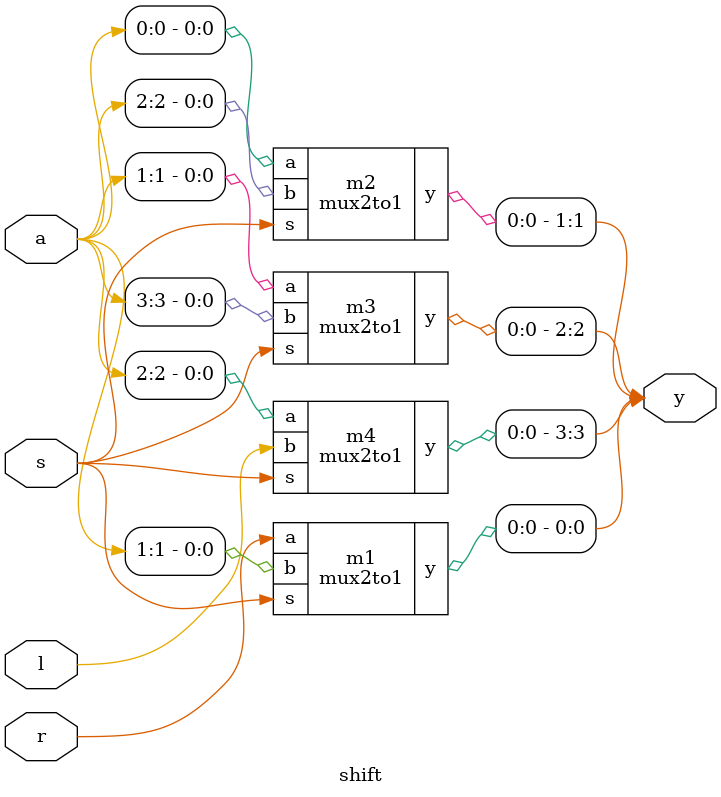
<source format=v>
module alu(input[3:0] a, input[3:0] b,input s0,input s1,input s2,input s3,input cin,output[3:0] y);
wire [3:0] v;
wire cout;
aritmethic a0(a,b,cin,s0,s1,v,cout);
wire [3:0] n;
logicwithoutshift l0(a,b,s0,s1,n);
wire [3:0] k;
assign  z=0;
shift shr(a,z,z,z,k);
wire [3:0] q;
assign  o=1;
shift shl(a,z,z,o,q);
mux4to1 mm(.andab(v),.orab(n),.xorab(k),.nota(q),.s0(s2),.s1(s3),.y(y));
endmodule

module mux4to1 (input andab,input orab,input xorab,input nota,input s0,input s1,output y);
not(s2n,s2);
not(s1n,s1);
and(x1,s2n,s1n,andab);
and(x2,s2n,s1,orab);
and(x3,s2,s1n,xorab);
and(x4,s2,s1,nota);
or(y,x1,x2,x3,x4);
endmodule
module full(input a,input b ,input cin,output s, output cout);
xor(x1,a,b);
xor(s,x1,cin);
and(x2,cin,x1);
and(x3,a,b);
or(cout,x2,x3);
endmodule

module aritmethic(input[3:0] a,input[3:0] b,input cin,input s0,input s1,output[3:0] y,output cout);
not(s0n,s0);
not(s1n,s1);
//not(bn,b);
assign  z=0;
assign o=1;
wire m0,m1,m2,m3;
mux4to1 mm0(b[0],~b[0],z,o,s0,s1, m0);
mux4to1 mm1(b[1],~b[1],z,o,s0,s1,m1);
mux4to1 mm2(b[2],~b[2],z,o,s0,s1,m2);
mux4to1 mm3(b[3],~b[3],z,o,s0,s1, m3);
wire c0,c1,c2;
full f0(a[0],m0,cin,y[0],c0);
full f1(a[1],m1,c0,y[1],c1);
full f2(a[2],m2,c1,y[2],c2);
full f3(a[3],m3,c2,y[3],cout);
endmodule
module logicwithoutshift(input a,input b,input s0,input s1,output y);
wire x1,x2,x3,x4;
and(x1,a,b);
or(x2,a,b);
xor(x3,a,b);
not(x4,a);
mux4to1 m(x1,x2,x3,x4,s0,s1,y);
endmodule
module mux2to1(input a,input b, input s,output y);
not(sn,s);
and(x1,a,sn);
and(x2,b,s);
or(y,x1,x2);
endmodule

module shift(input[3:0] a,input r,input l,input s,output [3:0] y);
mux2to1 m1( r, a[1], s, y[0]);
mux2to1 m2(a[0],a[2],s,y[1]);
mux2to1 m3(a[1],a[3],s,y[2]);
mux2to1 m4(a[2],l,s,y[3]);
endmodule

</source>
